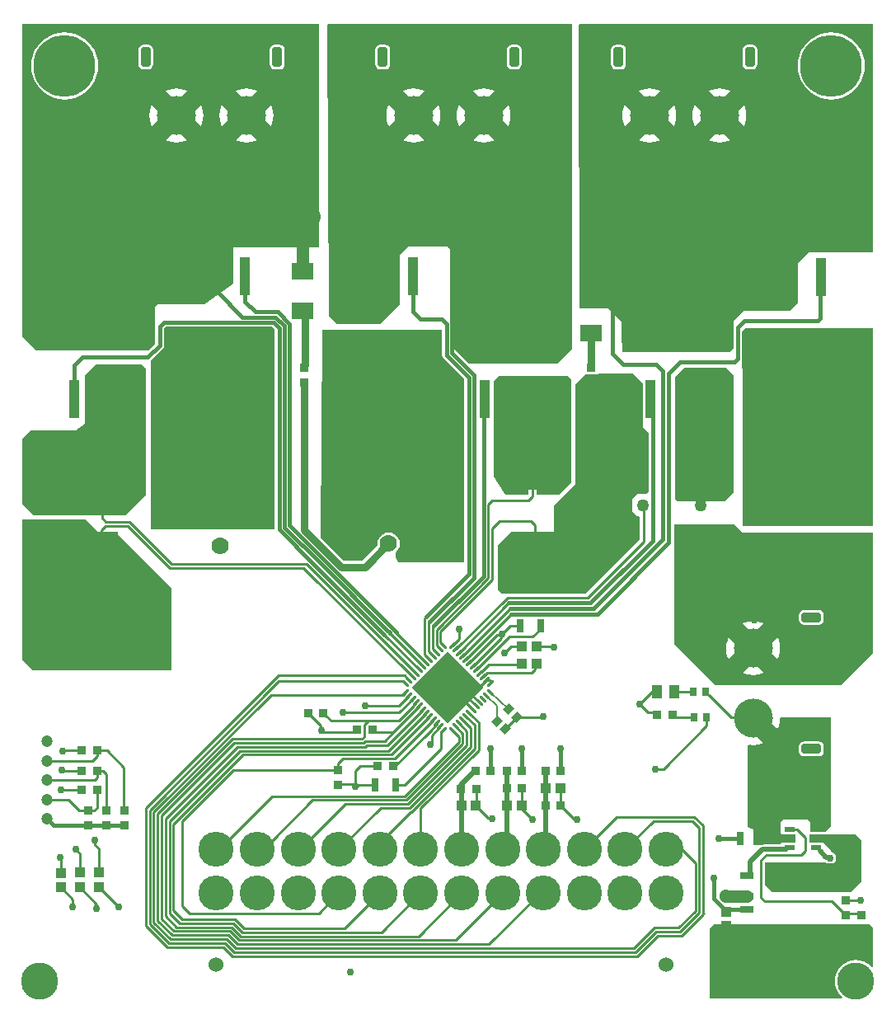
<source format=gbr>
%TF.GenerationSoftware,Altium Limited,Altium Designer,19.0.10 (269)*%
G04 Layer_Physical_Order=1*
G04 Layer_Color=255*
%FSLAX26Y26*%
%MOIN*%
%TF.FileFunction,Copper,L1,Top,Signal*%
%TF.Part,Single*%
G01*
G75*
%TA.AperFunction,SMDPad,CuDef*%
G04:AMPARAMS|DCode=10|XSize=33.465mil|YSize=31.496mil|CornerRadius=0mil|HoleSize=0mil|Usage=FLASHONLY|Rotation=225.000|XOffset=0mil|YOffset=0mil|HoleType=Round|Shape=Rectangle|*
%AMROTATEDRECTD10*
4,1,4,0.000696,0.022967,0.022967,0.000696,-0.000696,-0.022967,-0.022967,-0.000696,0.000696,0.022967,0.0*
%
%ADD10ROTATEDRECTD10*%

%ADD11R,0.085000X0.070000*%
%ADD12R,0.033465X0.035433*%
%ADD13R,0.031496X0.062992*%
%ADD14R,0.435039X0.350394*%
%ADD15R,0.041339X0.157480*%
%ADD16R,0.035433X0.033465*%
%ADD17R,0.135827X0.092520*%
%ADD18R,0.260630X0.107087*%
%ADD19R,0.039370X0.023622*%
%ADD20R,0.031496X0.055118*%
%ADD21R,0.055118X0.031496*%
%ADD22R,0.039370X0.039370*%
%ADD23R,0.031496X0.033465*%
%ADD24R,0.041339X0.053150*%
%ADD25R,0.039370X0.039370*%
%ADD26P,0.286740X4X270.0*%
G04:AMPARAMS|DCode=27|XSize=9.842mil|YSize=37.402mil|CornerRadius=0mil|HoleSize=0mil|Usage=FLASHONLY|Rotation=225.000|XOffset=0mil|YOffset=0mil|HoleType=Round|Shape=Round|*
%AMOVALD27*
21,1,0.027559,0.009842,0.000000,0.000000,315.0*
1,1,0.009842,-0.009744,0.009744*
1,1,0.009842,0.009744,-0.009744*
%
%ADD27OVALD27*%

G04:AMPARAMS|DCode=28|XSize=9.842mil|YSize=37.402mil|CornerRadius=0mil|HoleSize=0mil|Usage=FLASHONLY|Rotation=315.000|XOffset=0mil|YOffset=0mil|HoleType=Round|Shape=Round|*
%AMOVALD28*
21,1,0.027559,0.009842,0.000000,0.000000,45.0*
1,1,0.009842,-0.009744,-0.009744*
1,1,0.009842,0.009744,0.009744*
%
%ADD28OVALD28*%

%TA.AperFunction,Conductor*%
%ADD29C,0.010000*%
%ADD30C,0.006000*%
%ADD31C,0.015000*%
%ADD32C,0.030000*%
%ADD33C,0.050000*%
%ADD34C,0.020000*%
%ADD35C,0.100000*%
%TA.AperFunction,ComponentPad*%
%ADD36C,0.047244*%
%TA.AperFunction,ViaPad*%
%ADD37C,0.150000*%
%ADD38C,0.250000*%
%TA.AperFunction,ComponentPad*%
G04:AMPARAMS|DCode=39|XSize=39.37mil|YSize=78.74mil|CornerRadius=9.842mil|HoleSize=0mil|Usage=FLASHONLY|Rotation=0.000|XOffset=0mil|YOffset=0mil|HoleType=Round|Shape=RoundedRectangle|*
%AMROUNDEDRECTD39*
21,1,0.039370,0.059055,0,0,0.0*
21,1,0.019685,0.078740,0,0,0.0*
1,1,0.019685,0.009843,-0.029528*
1,1,0.019685,-0.009843,-0.029528*
1,1,0.019685,-0.009843,0.029528*
1,1,0.019685,0.009843,0.029528*
%
%ADD39ROUNDEDRECTD39*%
%ADD40C,0.157480*%
%ADD41C,0.070000*%
%ADD42R,0.070000X0.070000*%
G04:AMPARAMS|DCode=43|XSize=39.37mil|YSize=78.74mil|CornerRadius=9.842mil|HoleSize=0mil|Usage=FLASHONLY|Rotation=270.000|XOffset=0mil|YOffset=0mil|HoleType=Round|Shape=RoundedRectangle|*
%AMROUNDEDRECTD43*
21,1,0.039370,0.059055,0,0,270.0*
21,1,0.019685,0.078740,0,0,270.0*
1,1,0.019685,-0.029528,-0.009843*
1,1,0.019685,-0.029528,0.009843*
1,1,0.019685,0.029528,0.009843*
1,1,0.019685,0.029528,-0.009843*
%
%ADD43ROUNDEDRECTD43*%
%ADD44C,0.141732*%
%ADD45C,0.060000*%
%TA.AperFunction,ViaPad*%
%ADD46C,0.030000*%
%ADD47C,0.019685*%
%ADD48C,0.050000*%
G36*
X1719742Y1048000D02*
X1463000D01*
X1417000Y1002000D01*
Y843000D01*
X1384000Y810000D01*
X1383000Y811000D01*
X1197000D01*
X1156000Y770000D01*
Y751333D01*
X1155515Y750608D01*
X1154157Y743779D01*
Y658157D01*
X1138000Y642000D01*
X706000D01*
Y761000D01*
X648000Y819000D01*
X532000D01*
X530007Y1966203D01*
X533539Y1969742D01*
X1719742D01*
Y1048000D01*
D02*
G37*
G36*
X-522000Y1065000D02*
X-868182Y1065000D01*
Y920000D01*
X-985000Y835000D01*
X-1175000D01*
X-1185000Y825000D01*
Y675234D01*
X-1210234Y650000D01*
X-1665000D01*
X-1719742Y704742D01*
Y1969742D01*
X-522000D01*
X-522000Y1065000D01*
D02*
G37*
G36*
X503000Y655000D02*
X443000Y595000D01*
X86000Y595000D01*
X15000Y666000D01*
Y1049873D01*
X-1411Y1071000D01*
X-162000Y1071000D01*
X-196000Y1037000D01*
Y836000D01*
X-274000Y758000D01*
X-450000D01*
X-482651Y790651D01*
X-489429Y1966196D01*
X-485904Y1969742D01*
X503000D01*
X503000Y655000D01*
D02*
G37*
G36*
X500000Y533000D02*
X500000Y116000D01*
X450000Y66000D01*
X357294D01*
Y85000D01*
X356130Y90853D01*
X352814Y95814D01*
X347853Y99130D01*
X342000Y100294D01*
X336147Y99130D01*
X331186Y95814D01*
X327870Y90853D01*
X326706Y85000D01*
Y66335D01*
X326371Y66000D01*
X236000D01*
X235859Y65859D01*
X230894Y66451D01*
X186000Y140000D01*
X186000Y525000D01*
X209000Y548000D01*
X485000Y548000D01*
X500000Y533000D01*
D02*
G37*
G36*
X1156000Y551000D02*
X1156000Y77000D01*
X1118000Y39000D01*
X930000D01*
X918000Y51000D01*
Y542000D01*
X957000Y581000D01*
X1126000D01*
X1156000Y551000D01*
D02*
G37*
G36*
X-1221000Y576000D02*
Y65000D01*
X-1304000Y-18000D01*
X-1674000D01*
X-1719742Y27742D01*
Y292258D01*
X-1686000Y326000D01*
X-1505000D01*
X-1467000Y354000D01*
Y549000D01*
X-1423000Y593000D01*
X-1238000D01*
X-1221000Y576000D01*
D02*
G37*
G36*
X1719742Y-59000D02*
X1191000D01*
Y537000D01*
X1189833Y616949D01*
X1189843Y617000D01*
X1189843Y617000D01*
Y727843D01*
X1203000Y741000D01*
X1719742D01*
Y-59000D01*
D02*
G37*
G36*
X-699843Y732609D02*
Y-72000D01*
X-1202000D01*
Y608303D01*
X-1200383Y609383D01*
X-1153383Y656383D01*
X-1153383Y656383D01*
X-1149515Y662172D01*
X-1148157Y669000D01*
Y738609D01*
X-1141609Y745157D01*
X-712391D01*
X-699843Y732609D01*
D02*
G37*
G36*
X-23843Y631302D02*
X-22485Y624473D01*
X-18617Y618685D01*
X66157Y533911D01*
Y-207000D01*
X-200885D01*
X-210095Y-186898D01*
X-211886Y-167000D01*
X-207906Y-163946D01*
X-200693Y-154545D01*
X-196158Y-143599D01*
X-194612Y-131851D01*
X-196158Y-120104D01*
X-200693Y-109157D01*
X-207906Y-99757D01*
X-217306Y-92544D01*
X-228253Y-88010D01*
X-240000Y-86463D01*
X-251747Y-88010D01*
X-262694Y-92544D01*
X-272094Y-99757D01*
X-279307Y-109157D01*
X-283842Y-120104D01*
X-285388Y-131851D01*
X-284517Y-138469D01*
X-346406Y-200358D01*
X-420289D01*
X-513377Y-107270D01*
X-508406Y732000D01*
X-23843D01*
Y631302D01*
D02*
G37*
G36*
X789000Y515000D02*
X789000Y337000D01*
X810657Y315343D01*
Y78657D01*
X801000Y69000D01*
X766000D01*
X744000Y47000D01*
Y1000D01*
X765000Y-20000D01*
X772000D01*
X775706Y-23706D01*
Y-113294D01*
X555294Y-333706D01*
X240725D01*
X239248Y-334000D01*
X220000D01*
X202000Y-316000D01*
Y-138000D01*
X256000Y-84000D01*
X428000D01*
X428000Y23000D01*
X516000Y111000D01*
X516000Y512000D01*
X557779Y553779D01*
X607716D01*
Y555000D01*
X749000D01*
X789000Y515000D01*
D02*
G37*
G36*
X-1416782Y-84218D02*
Y-90425D01*
X-1417294Y-93000D01*
X-1416130Y-98853D01*
X-1412814Y-103814D01*
X-1407853Y-107130D01*
X-1402000Y-108294D01*
X-1396147Y-107130D01*
X-1391186Y-103814D01*
X-1390673Y-103302D01*
X-1387358Y-98341D01*
X-1387091Y-97000D01*
X-1332000D01*
X-1119000Y-310000D01*
Y-644000D01*
X-1677000Y-644000D01*
X-1719742Y-601258D01*
Y-35000D01*
X-1466000D01*
X-1416782Y-84218D01*
D02*
G37*
G36*
X1192000Y-88000D02*
X1719742D01*
Y-572258D01*
X1590000Y-702000D01*
X1079000D01*
X915000Y-538000D01*
Y-54000D01*
X1158000D01*
X1192000Y-88000D01*
D02*
G37*
G36*
X1333574Y-880706D02*
X1337517Y-871187D01*
X1341513Y-854544D01*
X1342856Y-837480D01*
X1346073Y-834000D01*
X1549000Y-834000D01*
X1549000Y-1275000D01*
X1527196Y-1296804D01*
X1519819D01*
X1515917Y-1297580D01*
X1514969Y-1298214D01*
X1467000D01*
Y-1258000D01*
X1457000Y-1248000D01*
X1356000D01*
X1346000Y-1258000D01*
Y-1302000D01*
X1351000Y-1307000D01*
X1352181D01*
Y-1308409D01*
X1406409D01*
X1407000Y-1309000D01*
Y-1339591D01*
X1352181D01*
Y-1340000D01*
X1350000D01*
X1343392Y-1346608D01*
X1271000D01*
X1263196Y-1348160D01*
X1258947Y-1351000D01*
X1235000D01*
Y-1287000D01*
X1212158Y-1275579D01*
X1212157Y-948157D01*
X1215469Y-945546D01*
X1217157Y-945248D01*
X1233780Y-946557D01*
X1250843Y-945214D01*
X1267486Y-941218D01*
X1277006Y-937275D01*
X1205495Y-865765D01*
X1262064Y-809196D01*
X1333574Y-880706D01*
D02*
G37*
G36*
X1649000Y-1307000D02*
X1672002Y-1330002D01*
X1671999Y-1497001D01*
X1630000Y-1539000D01*
X1310000Y-1539000D01*
X1282294Y-1511294D01*
Y-1419000D01*
X1524624D01*
X1525976Y-1421024D01*
X1534245Y-1426550D01*
X1544000Y-1428490D01*
X1553755Y-1426550D01*
X1562024Y-1421024D01*
X1567550Y-1412755D01*
X1569490Y-1403000D01*
X1567550Y-1393245D01*
X1562024Y-1384976D01*
X1553755Y-1379450D01*
X1549000Y-1378505D01*
Y-1370000D01*
X1520000Y-1341000D01*
X1519819D01*
Y-1339591D01*
X1462591D01*
X1462294Y-1339294D01*
Y-1320000D01*
X1461130Y-1314147D01*
X1461000Y-1313953D01*
Y-1309000D01*
X1461591Y-1308409D01*
X1519819D01*
Y-1307000D01*
X1649000Y-1307000D01*
D02*
G37*
G36*
X1719742Y-1684742D02*
Y-1843573D01*
X1715034Y-1845258D01*
X1710395Y-1839605D01*
X1697452Y-1828983D01*
X1682686Y-1821090D01*
X1666663Y-1816230D01*
X1650000Y-1814589D01*
X1633337Y-1816230D01*
X1617314Y-1821090D01*
X1602548Y-1828983D01*
X1589605Y-1839605D01*
X1578983Y-1852548D01*
X1571090Y-1867314D01*
X1566230Y-1883337D01*
X1564589Y-1900000D01*
X1566230Y-1916663D01*
X1571090Y-1932686D01*
X1578983Y-1947452D01*
X1589605Y-1960395D01*
X1595258Y-1965034D01*
X1593573Y-1969742D01*
X1059000D01*
Y-1687000D01*
X1077000Y-1669000D01*
X1704000D01*
X1719742Y-1684742D01*
D02*
G37*
%LPC*%
G36*
X1231591Y1885979D02*
X1211906D01*
X1204163Y1884439D01*
X1197600Y1880054D01*
X1193214Y1873490D01*
X1191674Y1865748D01*
Y1806693D01*
X1193214Y1798951D01*
X1197600Y1792387D01*
X1204163Y1788002D01*
X1211906Y1786462D01*
X1231591D01*
X1239333Y1788002D01*
X1245896Y1792387D01*
X1250282Y1798951D01*
X1251822Y1806693D01*
Y1865748D01*
X1250282Y1873490D01*
X1245896Y1880054D01*
X1239333Y1884439D01*
X1231591Y1885979D01*
D02*
G37*
G36*
X700095D02*
X680409D01*
X672667Y1884439D01*
X666104Y1880054D01*
X661718Y1873490D01*
X660178Y1865748D01*
Y1806693D01*
X661718Y1798951D01*
X666104Y1792387D01*
X672667Y1788002D01*
X680409Y1786462D01*
X700095D01*
X707837Y1788002D01*
X714400Y1792387D01*
X718786Y1798951D01*
X720326Y1806693D01*
Y1865748D01*
X718786Y1873490D01*
X714400Y1880054D01*
X707837Y1884439D01*
X700095Y1885979D01*
D02*
G37*
G36*
X1550000Y1935417D02*
X1528816Y1933750D01*
X1508154Y1928790D01*
X1488522Y1920658D01*
X1470404Y1909555D01*
X1454245Y1895755D01*
X1440445Y1879596D01*
X1429342Y1861478D01*
X1421210Y1841846D01*
X1416250Y1821184D01*
X1414583Y1800000D01*
X1416250Y1778816D01*
X1421210Y1758154D01*
X1429342Y1738522D01*
X1440445Y1720404D01*
X1454245Y1704245D01*
X1470404Y1690445D01*
X1488522Y1679342D01*
X1508154Y1671210D01*
X1528816Y1666250D01*
X1550000Y1664583D01*
X1571184Y1666250D01*
X1591846Y1671210D01*
X1611478Y1679342D01*
X1629596Y1690445D01*
X1645755Y1704245D01*
X1659555Y1720404D01*
X1670658Y1738522D01*
X1678790Y1758154D01*
X1683750Y1778816D01*
X1685417Y1800000D01*
X1683750Y1821184D01*
X1678790Y1841846D01*
X1670658Y1861478D01*
X1659555Y1879596D01*
X1645755Y1895755D01*
X1629596Y1909555D01*
X1611478Y1920658D01*
X1591846Y1928790D01*
X1571184Y1933750D01*
X1550000Y1935417D01*
D02*
G37*
G36*
X1097732Y1709076D02*
X1080669Y1707733D01*
X1064026Y1703738D01*
X1054506Y1699795D01*
X1097732Y1656569D01*
X1140958Y1699795D01*
X1131439Y1703738D01*
X1114796Y1707733D01*
X1097732Y1709076D01*
D02*
G37*
G36*
X814268D02*
X797204Y1707733D01*
X780561Y1703738D01*
X771042Y1699795D01*
X814268Y1656569D01*
X857494Y1699795D01*
X847974Y1703738D01*
X831331Y1707733D01*
X814268Y1709076D01*
D02*
G37*
G36*
X1197527Y1643226D02*
X1154301Y1600000D01*
X1197527Y1556774D01*
X1201470Y1566294D01*
X1205466Y1582937D01*
X1206809Y1600000D01*
X1205466Y1617063D01*
X1201470Y1633706D01*
X1197527Y1643226D01*
D02*
G37*
G36*
X914062D02*
X870836Y1600000D01*
X914062Y1556774D01*
X918005Y1566294D01*
X922001Y1582937D01*
X923344Y1600000D01*
X922001Y1617063D01*
X918005Y1633706D01*
X914062Y1643226D01*
D02*
G37*
G36*
X997938D02*
X993995Y1633706D01*
X989999Y1617063D01*
X988656Y1600000D01*
X989999Y1582937D01*
X993995Y1566294D01*
X997938Y1556774D01*
X1041164Y1600000D01*
X997938Y1643226D01*
D02*
G37*
G36*
X714473D02*
X710530Y1633706D01*
X706534Y1617063D01*
X705191Y1600000D01*
X706534Y1582937D01*
X710530Y1566294D01*
X714473Y1556774D01*
X757699Y1600000D01*
X714473Y1643226D01*
D02*
G37*
G36*
X1097732Y1543431D02*
X1054506Y1500205D01*
X1064026Y1496262D01*
X1080669Y1492267D01*
X1097732Y1490924D01*
X1114796Y1492267D01*
X1131439Y1496262D01*
X1140958Y1500205D01*
X1097732Y1543431D01*
D02*
G37*
G36*
X814268D02*
X771042Y1500205D01*
X780561Y1496262D01*
X797204Y1492267D01*
X814268Y1490924D01*
X831331Y1492267D01*
X847974Y1496262D01*
X857494Y1500205D01*
X814268Y1543431D01*
D02*
G37*
G36*
X-680409Y1885979D02*
X-700095D01*
X-707837Y1884439D01*
X-714400Y1880054D01*
X-718786Y1873490D01*
X-720326Y1865748D01*
Y1806693D01*
X-718786Y1798951D01*
X-714400Y1792387D01*
X-707837Y1788002D01*
X-700095Y1786462D01*
X-680409D01*
X-672667Y1788002D01*
X-666104Y1792387D01*
X-661718Y1798951D01*
X-660178Y1806693D01*
Y1865748D01*
X-661718Y1873490D01*
X-666104Y1880054D01*
X-672667Y1884439D01*
X-680409Y1885979D01*
D02*
G37*
G36*
X-1211906D02*
X-1231591D01*
X-1239333Y1884439D01*
X-1245896Y1880054D01*
X-1250282Y1873490D01*
X-1251822Y1865748D01*
Y1806693D01*
X-1250282Y1798951D01*
X-1245896Y1792387D01*
X-1239333Y1788002D01*
X-1231591Y1786462D01*
X-1211906D01*
X-1204163Y1788002D01*
X-1197600Y1792387D01*
X-1193214Y1798951D01*
X-1191674Y1806693D01*
Y1865748D01*
X-1193214Y1873490D01*
X-1197600Y1880054D01*
X-1204163Y1884439D01*
X-1211906Y1885979D01*
D02*
G37*
G36*
X-1550000Y1935417D02*
X-1571184Y1933750D01*
X-1591846Y1928790D01*
X-1611478Y1920658D01*
X-1629596Y1909555D01*
X-1645755Y1895755D01*
X-1659555Y1879596D01*
X-1670658Y1861478D01*
X-1678790Y1841846D01*
X-1683750Y1821184D01*
X-1685417Y1800000D01*
X-1683750Y1778816D01*
X-1678790Y1758154D01*
X-1670658Y1738522D01*
X-1659555Y1720404D01*
X-1645755Y1704245D01*
X-1629596Y1690445D01*
X-1611478Y1679342D01*
X-1591846Y1671210D01*
X-1571184Y1666250D01*
X-1550000Y1664583D01*
X-1528816Y1666250D01*
X-1508154Y1671210D01*
X-1488522Y1679342D01*
X-1470404Y1690445D01*
X-1454245Y1704245D01*
X-1440445Y1720404D01*
X-1429342Y1738522D01*
X-1421210Y1758154D01*
X-1416250Y1778816D01*
X-1414583Y1800000D01*
X-1416250Y1821184D01*
X-1421210Y1841846D01*
X-1429342Y1861478D01*
X-1440445Y1879596D01*
X-1454245Y1895755D01*
X-1470404Y1909555D01*
X-1488522Y1920658D01*
X-1508154Y1928790D01*
X-1528816Y1933750D01*
X-1550000Y1935417D01*
D02*
G37*
G36*
X-814268Y1709076D02*
X-831331Y1707733D01*
X-847974Y1703738D01*
X-857494Y1699795D01*
X-814268Y1656569D01*
X-771042Y1699795D01*
X-780561Y1703738D01*
X-797204Y1707733D01*
X-814268Y1709076D01*
D02*
G37*
G36*
X-1097732D02*
X-1114796Y1707733D01*
X-1131439Y1703738D01*
X-1140958Y1699795D01*
X-1097732Y1656569D01*
X-1054506Y1699795D01*
X-1064026Y1703738D01*
X-1080669Y1707733D01*
X-1097732Y1709076D01*
D02*
G37*
G36*
X-714473Y1643226D02*
X-757699Y1600000D01*
X-714473Y1556774D01*
X-710530Y1566294D01*
X-706534Y1582937D01*
X-705191Y1600000D01*
X-706534Y1617063D01*
X-710530Y1633706D01*
X-714473Y1643226D01*
D02*
G37*
G36*
X-997938D02*
X-1041164Y1600000D01*
X-997938Y1556774D01*
X-993995Y1566294D01*
X-989999Y1582937D01*
X-988656Y1600000D01*
X-989999Y1617063D01*
X-993995Y1633706D01*
X-997938Y1643226D01*
D02*
G37*
G36*
X-914062D02*
X-918005Y1633706D01*
X-922001Y1617063D01*
X-923344Y1600000D01*
X-922001Y1582937D01*
X-918005Y1566294D01*
X-914062Y1556774D01*
X-870836Y1600000D01*
X-914062Y1643226D01*
D02*
G37*
G36*
X-1197527D02*
X-1201470Y1633706D01*
X-1205466Y1617063D01*
X-1206809Y1600000D01*
X-1205466Y1582937D01*
X-1201470Y1566294D01*
X-1197527Y1556774D01*
X-1154301Y1600000D01*
X-1197527Y1643226D01*
D02*
G37*
G36*
X-814268Y1543431D02*
X-857494Y1500205D01*
X-847974Y1496262D01*
X-831331Y1492267D01*
X-814268Y1490924D01*
X-797204Y1492267D01*
X-780561Y1496262D01*
X-771042Y1500205D01*
X-814268Y1543431D01*
D02*
G37*
G36*
X-1097732D02*
X-1140958Y1500205D01*
X-1131439Y1496262D01*
X-1114796Y1492267D01*
X-1097732Y1490924D01*
X-1080669Y1492267D01*
X-1064026Y1496262D01*
X-1054506Y1500205D01*
X-1097732Y1543431D01*
D02*
G37*
G36*
X278091Y1885979D02*
X258406D01*
X250663Y1884439D01*
X244100Y1880054D01*
X239714Y1873490D01*
X238174Y1865748D01*
Y1806693D01*
X239714Y1798951D01*
X244100Y1792387D01*
X250663Y1788002D01*
X258406Y1786462D01*
X278091D01*
X285833Y1788002D01*
X292396Y1792387D01*
X296782Y1798951D01*
X298322Y1806693D01*
Y1865748D01*
X296782Y1873490D01*
X292396Y1880054D01*
X285833Y1884439D01*
X278091Y1885979D01*
D02*
G37*
G36*
X-253405D02*
X-273091D01*
X-280833Y1884439D01*
X-287396Y1880054D01*
X-291782Y1873490D01*
X-293322Y1865748D01*
Y1806693D01*
X-291782Y1798951D01*
X-287396Y1792387D01*
X-280833Y1788002D01*
X-273091Y1786462D01*
X-253405D01*
X-245663Y1788002D01*
X-239100Y1792387D01*
X-234714Y1798951D01*
X-233174Y1806693D01*
Y1865748D01*
X-234714Y1873490D01*
X-239100Y1880054D01*
X-245663Y1884439D01*
X-253405Y1885979D01*
D02*
G37*
G36*
X144232Y1709076D02*
X127169Y1707733D01*
X110526Y1703738D01*
X101006Y1699795D01*
X144232Y1656569D01*
X187458Y1699795D01*
X177939Y1703738D01*
X161296Y1707733D01*
X144232Y1709076D01*
D02*
G37*
G36*
X-139232D02*
X-156296Y1707733D01*
X-172939Y1703738D01*
X-182458Y1699795D01*
X-139232Y1656569D01*
X-96006Y1699795D01*
X-105526Y1703738D01*
X-122169Y1707733D01*
X-139232Y1709076D01*
D02*
G37*
G36*
X244027Y1643226D02*
X200801Y1600000D01*
X244027Y1556774D01*
X247970Y1566294D01*
X251966Y1582937D01*
X253309Y1600000D01*
X251966Y1617063D01*
X247970Y1633706D01*
X244027Y1643226D01*
D02*
G37*
G36*
X-39438D02*
X-82664Y1600000D01*
X-39438Y1556774D01*
X-35495Y1566294D01*
X-31499Y1582937D01*
X-30156Y1600000D01*
X-31499Y1617063D01*
X-35495Y1633706D01*
X-39438Y1643226D01*
D02*
G37*
G36*
X44438D02*
X40495Y1633706D01*
X36499Y1617063D01*
X35156Y1600000D01*
X36499Y1582937D01*
X40495Y1566294D01*
X44438Y1556774D01*
X87664Y1600000D01*
X44438Y1643226D01*
D02*
G37*
G36*
X-239027D02*
X-242970Y1633706D01*
X-246966Y1617063D01*
X-248309Y1600000D01*
X-246966Y1582937D01*
X-242970Y1566294D01*
X-239027Y1556774D01*
X-195801Y1600000D01*
X-239027Y1643226D01*
D02*
G37*
G36*
X144232Y1543431D02*
X101006Y1500205D01*
X110526Y1496262D01*
X127169Y1492267D01*
X144232Y1490924D01*
X161296Y1492267D01*
X177939Y1496262D01*
X187458Y1500205D01*
X144232Y1543431D01*
D02*
G37*
G36*
X-139232D02*
X-182458Y1500205D01*
X-172939Y1496262D01*
X-156296Y1492267D01*
X-139232Y1490924D01*
X-122169Y1492267D01*
X-105526Y1496262D01*
X-96006Y1500205D01*
X-139232Y1543431D01*
D02*
G37*
G36*
X1499528Y-399926D02*
X1440472D01*
X1432730Y-401466D01*
X1426167Y-405852D01*
X1421781Y-412415D01*
X1420241Y-420158D01*
Y-439842D01*
X1421781Y-447585D01*
X1426167Y-454148D01*
X1432730Y-458534D01*
X1440472Y-460074D01*
X1499528D01*
X1507270Y-458534D01*
X1513833Y-454148D01*
X1518219Y-447585D01*
X1519759Y-439842D01*
Y-420158D01*
X1518219Y-412415D01*
X1513833Y-405852D01*
X1507270Y-401466D01*
X1499528Y-399926D01*
D02*
G37*
G36*
X1233780Y-444939D02*
X1216716Y-446282D01*
X1200073Y-450278D01*
X1190554Y-454221D01*
X1233780Y-497447D01*
X1277005Y-454221D01*
X1267486Y-450278D01*
X1250843Y-446282D01*
X1233780Y-444939D01*
D02*
G37*
G36*
X1333574Y-510790D02*
X1290348Y-554015D01*
X1333574Y-597241D01*
X1337517Y-587722D01*
X1341513Y-571079D01*
X1342856Y-554016D01*
X1341513Y-536952D01*
X1337517Y-520309D01*
X1333574Y-510790D01*
D02*
G37*
G36*
X1133985D02*
X1130042Y-520309D01*
X1126046Y-536952D01*
X1124703Y-554016D01*
X1126046Y-571079D01*
X1130042Y-587722D01*
X1133985Y-597242D01*
X1177211Y-554015D01*
X1133985Y-510790D01*
D02*
G37*
G36*
X1233780Y-610584D02*
X1190553Y-653810D01*
X1200073Y-657753D01*
X1216716Y-661749D01*
X1233780Y-663092D01*
X1250843Y-661749D01*
X1267486Y-657753D01*
X1277006Y-653810D01*
X1233780Y-610584D01*
D02*
G37*
G36*
X1499528Y-931422D02*
X1440472D01*
X1432730Y-932962D01*
X1426167Y-937348D01*
X1421781Y-943911D01*
X1420241Y-951654D01*
Y-971338D01*
X1421781Y-979081D01*
X1426167Y-985644D01*
X1432730Y-990030D01*
X1440472Y-991570D01*
X1499528D01*
X1507270Y-990030D01*
X1513833Y-985644D01*
X1518219Y-979081D01*
X1519759Y-971338D01*
Y-951654D01*
X1518219Y-943911D01*
X1513833Y-937348D01*
X1507270Y-932962D01*
X1499528Y-931422D01*
D02*
G37*
%LPD*%
D10*
X231095Y-881095D02*
D03*
X198858Y-848858D02*
D03*
X279095Y-832379D02*
D03*
X246858Y-800141D02*
D03*
D11*
X-588000Y971000D02*
D03*
Y811000D02*
D03*
X580000Y880000D02*
D03*
Y720000D02*
D03*
D12*
X-564024Y-817000D02*
D03*
X-503000D02*
D03*
X846488Y-825000D02*
D03*
X907512D02*
D03*
X171512Y-1050000D02*
D03*
X110488D02*
D03*
X53488Y-1125097D02*
D03*
X114511D02*
D03*
X238433Y-1119960D02*
D03*
X299457D02*
D03*
X299456Y-1050000D02*
D03*
X238433D02*
D03*
X394488Y-1190000D02*
D03*
X455512D02*
D03*
X-367024Y-882000D02*
D03*
X-306000D02*
D03*
X-1419488Y-1127000D02*
D03*
X-1480512D02*
D03*
X-1419488Y-1051000D02*
D03*
X-1480512D02*
D03*
X-1419488Y-968000D02*
D03*
X-1480512D02*
D03*
X394488Y-1050000D02*
D03*
X455512D02*
D03*
X-222488Y-1031061D02*
D03*
X-283512D02*
D03*
D13*
X414000Y1878000D02*
D03*
X-1349000D02*
D03*
X1600000Y1395000D02*
D03*
X-1701000Y-293000D02*
D03*
D14*
X-1410000Y853543D02*
D03*
X-920000Y549000D02*
D03*
X-240000Y546457D02*
D03*
X250000Y853543D02*
D03*
X1408000Y544457D02*
D03*
X920000Y853543D02*
D03*
D15*
X-1310000Y451969D02*
D03*
X-1510000D02*
D03*
X-1020000Y950575D02*
D03*
X-820000D02*
D03*
X-340000Y948032D02*
D03*
X-140000D02*
D03*
X350000Y451969D02*
D03*
X150000D02*
D03*
X1308000Y946032D02*
D03*
X1508000D02*
D03*
X1020000Y451969D02*
D03*
X820000D02*
D03*
D16*
X580000Y580512D02*
D03*
Y519488D02*
D03*
X-580000Y580512D02*
D03*
Y519488D02*
D03*
X1609000Y-1573976D02*
D03*
Y-1635000D02*
D03*
X1673000Y-1634488D02*
D03*
Y-1695512D02*
D03*
X-444000Y-1047488D02*
D03*
Y-1108512D02*
D03*
X-1455505Y-1271512D02*
D03*
Y-1210488D02*
D03*
X-1309000Y-1271512D02*
D03*
Y-1210488D02*
D03*
X-1381000Y-1271024D02*
D03*
Y-1210000D02*
D03*
D17*
X1020000Y-131890D02*
D03*
Y131890D02*
D03*
X-1400000D02*
D03*
Y-131890D02*
D03*
X350000Y131890D02*
D03*
Y-131890D02*
D03*
D18*
X1439000Y-1478181D02*
D03*
Y-1725819D02*
D03*
D19*
X1490134Y-1361402D02*
D03*
Y-1324000D02*
D03*
Y-1286599D02*
D03*
X1381866D02*
D03*
Y-1324000D02*
D03*
Y-1361402D02*
D03*
D20*
X1180661Y-1322000D02*
D03*
X1263339D02*
D03*
X291661Y-464000D02*
D03*
X374339D02*
D03*
X-293677Y-1108000D02*
D03*
X-211000D02*
D03*
D21*
X1208000Y-1472661D02*
D03*
Y-1555339D02*
D03*
X1209000Y-1609661D02*
D03*
Y-1692339D02*
D03*
D22*
X1126000Y-1678000D02*
D03*
Y-1618945D02*
D03*
X-1566000Y-1462000D02*
D03*
Y-1521055D02*
D03*
X-1489000Y-1461945D02*
D03*
Y-1521000D02*
D03*
X-1410000Y-1460945D02*
D03*
Y-1520000D02*
D03*
D23*
X1046000Y-832000D02*
D03*
X994819D02*
D03*
X1043591Y-731000D02*
D03*
X992409D02*
D03*
D24*
X915449Y-730000D02*
D03*
X846551D02*
D03*
D25*
X299000Y-546966D02*
D03*
X358055D02*
D03*
X298473Y-618000D02*
D03*
X357528D02*
D03*
X113528Y-1190000D02*
D03*
X54472D02*
D03*
X298473Y-1189960D02*
D03*
X239417D02*
D03*
X454528Y-1120000D02*
D03*
X395473D02*
D03*
D26*
X0Y-715000D02*
D03*
D27*
X170513Y-732399D02*
D03*
X156594Y-746319D02*
D03*
X142674Y-760238D02*
D03*
X128755Y-774158D02*
D03*
X114835Y-788077D02*
D03*
X100916Y-801996D02*
D03*
X86996Y-815916D02*
D03*
X73077Y-829835D02*
D03*
X59158Y-843755D02*
D03*
X45238Y-857674D02*
D03*
X31319Y-871593D02*
D03*
X17399Y-885513D02*
D03*
X-170513Y-697601D02*
D03*
X-156594Y-683681D02*
D03*
X-142674Y-669762D02*
D03*
X-128755Y-655842D02*
D03*
X-114835Y-641923D02*
D03*
X-100916Y-628004D02*
D03*
X-86996Y-614084D02*
D03*
X-73077Y-600165D02*
D03*
X-59157Y-586245D02*
D03*
X-45238Y-572326D02*
D03*
X-31319Y-558406D02*
D03*
X-17399Y-544487D02*
D03*
D28*
X-17399Y-885513D02*
D03*
X-31319Y-871593D02*
D03*
X-45238Y-857674D02*
D03*
X-59157Y-843755D02*
D03*
X-73077Y-829835D02*
D03*
X-86996Y-815916D02*
D03*
X-100916Y-801996D02*
D03*
X-114835Y-788077D02*
D03*
X-128755Y-774158D02*
D03*
X-142674Y-760238D02*
D03*
X-156594Y-746319D02*
D03*
X-170513Y-732399D02*
D03*
X17399Y-544487D02*
D03*
X31319Y-558406D02*
D03*
X45238Y-572326D02*
D03*
X59158Y-586245D02*
D03*
X73077Y-600165D02*
D03*
X86996Y-614084D02*
D03*
X100916Y-628004D02*
D03*
X114835Y-641923D02*
D03*
X128755Y-655842D02*
D03*
X142674Y-669762D02*
D03*
X156594Y-683681D02*
D03*
X170513Y-697601D02*
D03*
D29*
X382747Y-832379D02*
X386126Y-829000D01*
X279095Y-832379D02*
X382747D01*
X279095Y-833096D02*
Y-832379D01*
X231095Y-881095D02*
X279095Y-833096D01*
X170513Y-697601D02*
Y-683681D01*
X156594D02*
X170513D01*
X565440Y-349000D02*
X791000Y-123440D01*
X240725Y-349000D02*
X565440D01*
X31319Y-558406D02*
X240725Y-349000D01*
X45238Y-572326D02*
X246564Y-371000D01*
X68790Y-576210D02*
X251000Y-394000D01*
X193242Y-479758D02*
X256000Y-417000D01*
X-220879Y-894121D02*
X-114835Y-788077D01*
X1609000Y-1573976D02*
X1670000D01*
X1621000Y-1628000D02*
X1678000D01*
X1596283Y-1623268D02*
X1608508Y-1635492D01*
X-1490512Y-1210488D02*
X-1456489D01*
X-1534780Y-1166220D02*
X-1490512Y-1210488D01*
X-1622000Y-1166220D02*
X-1534780D01*
X-1398000Y-28000D02*
Y8000D01*
X-1402000Y-93000D02*
X-1401488Y-92488D01*
X342851Y-507000D02*
X374339Y-475512D01*
X249758Y-507000D02*
X342851D01*
X287413Y-621000D02*
X294473Y-613941D01*
X164000Y-621000D02*
X287413D01*
X136000Y-649000D02*
X164000Y-621000D01*
X353000Y-614469D02*
X353528Y-613941D01*
X353000Y-639000D02*
Y-614469D01*
X158436Y-654000D02*
X338000D01*
X142674Y-669762D02*
X158436Y-654000D01*
X916449Y-731000D02*
X992409D01*
X915449Y-730000D02*
X916449Y-731000D01*
X80000Y-753242D02*
X114835Y-788077D01*
X825965Y-730000D02*
X846551D01*
X775500Y-780465D02*
X825965Y-730000D01*
X807318Y-812283D02*
X834756D01*
X775500Y-780465D02*
X807318Y-812283D01*
X871000Y-1042000D02*
X1046000Y-867000D01*
X839000Y-1042000D02*
X871000D01*
X1447000Y-1372000D02*
Y-1320000D01*
X1430000Y-1389000D02*
X1447000Y-1372000D01*
X1289373Y-1389000D02*
X1430000D01*
X1032474Y-1626474D02*
Y-1271474D01*
X997000Y-1236000D02*
X1032474Y-1271474D01*
X683252Y-1236000D02*
X997000D01*
X1016474Y-1623102D02*
Y-1279474D01*
X989000Y-1252000D02*
X1016474Y-1279474D01*
X832606Y-1252000D02*
X989000D01*
X882126Y-1367835D02*
X945527D01*
X1000474Y-1422782D01*
Y-1616474D02*
Y-1422782D01*
X-211000Y-1108000D02*
X-174000D01*
X-27000Y-961000D01*
X-355061Y-1031061D02*
X-283512D01*
X-375000Y-1051000D02*
X-355061Y-1031061D01*
X-222488D02*
X-219535D01*
X-44000Y-861647D02*
Y-857000D01*
X-213939Y-1030939D02*
X-82373Y-899373D01*
X-1206000Y-1210601D02*
X-683367Y-687968D01*
X-1419488Y-1199000D02*
Y-1127000D01*
X-1430976Y-1210488D02*
X-1419488Y-1199000D01*
X-1455505Y-1210488D02*
X-1430976D01*
X-1517000Y-1597000D02*
Y-1570055D01*
X-1519000Y-1599000D02*
X-1517000Y-1597000D01*
X-1489000Y-1521000D02*
X-1420000Y-1590000D01*
Y-1607000D02*
Y-1590000D01*
X-1410000Y-1520000D02*
X-1331000Y-1599000D01*
X-1566000Y-1521055D02*
X-1517000Y-1570055D01*
X764255Y-1799000D02*
X847255Y-1716000D01*
X757627Y-1783000D02*
X840627Y-1700000D01*
X-1222000Y-1676026D02*
X-1135680Y-1762347D01*
X-1206000Y-1669399D02*
X-1129052Y-1746347D01*
X-1190000Y-1662771D02*
X-1122425Y-1730347D01*
X167000Y-1751000D02*
X382000Y-1536000D01*
X-1174000Y-1656144D02*
X-1115797Y-1714347D01*
X-308488Y-893000D02*
X-222000D01*
X-1158000Y-1649517D02*
X-1109170Y-1698347D01*
X-1142000Y-1637678D02*
X-1097331Y-1682347D01*
X-1126000Y-1625839D02*
X-1085492Y-1666347D01*
X-867990D01*
X-1309984Y-1210488D02*
Y-1037016D01*
X-1419488Y-990488D02*
Y-968000D01*
X-1437740Y-1008740D02*
X-1419488Y-990488D01*
X-1622000Y-1008740D02*
X-1437740D01*
X-1379000Y-968000D02*
X-1309984Y-1037016D01*
X-1419488Y-968000D02*
X-1379000D01*
X-1381984Y-1210000D02*
Y-1064565D01*
X-1419488Y-1078488D02*
Y-1051000D01*
X-1428480Y-1087480D02*
X-1419488Y-1078488D01*
X-1622000Y-1087480D02*
X-1428480D01*
X-1395550Y-1051000D02*
X-1381984Y-1064565D01*
X-1419488Y-1051000D02*
X-1395550D01*
X-334252Y-953000D02*
X-326738Y-945486D01*
X-852678Y-953000D02*
X-334252D01*
X-326738Y-945486D02*
X-244405D01*
X-840839Y-969000D02*
X-327624D01*
X-829000Y-985000D02*
X-320997D01*
X-424000Y-1001000D02*
X-216000D01*
X-244405Y-945486D02*
X-100916Y-801996D01*
X-239937Y-968856D02*
X-86996Y-815916D01*
X-327480Y-968856D02*
X-239937D01*
X-327624Y-969000D02*
X-327480Y-968856D01*
X-1158000Y-1230483D02*
X-864517Y-937000D01*
X-1158000Y-1649517D02*
Y-1230483D01*
X-864517Y-937000D02*
X-340879D01*
X519723Y-1242173D02*
X523549Y-1246000D01*
X507685Y-1242173D02*
X519723D01*
X468228Y-1202717D02*
X507685Y-1242173D01*
X467244Y-1202717D02*
X468228D01*
X455512Y-1190984D02*
X467244Y-1202717D01*
X455512Y-1190984D02*
Y-1190000D01*
X454528Y-1189016D02*
X455512Y-1190000D01*
X454528Y-1189016D02*
Y-1120000D01*
X298473Y-1189960D02*
Y-1120945D01*
Y-1202473D02*
Y-1189960D01*
Y-1120945D02*
X299457Y-1119960D01*
X298473Y-1202473D02*
X343000Y-1247000D01*
X173630Y-1239173D02*
X177456Y-1243000D01*
X162701Y-1239173D02*
X173630D01*
X113528Y-1190000D02*
X162701Y-1239173D01*
X113528Y-1190000D02*
X114511Y-1189016D01*
Y-1125097D01*
X551417Y-1367835D02*
X683252Y-1236000D01*
X-606000Y-1367835D02*
X-582197Y-1344032D01*
X-440646Y-1545000D02*
X-435937D01*
X-778937Y-1371000D02*
X-751969Y-1344032D01*
X-27000Y-895000D02*
X-18000Y-886000D01*
X-27000Y-961000D02*
Y-895000D01*
X17399Y-885513D02*
X44000Y-912114D01*
Y-932118D02*
Y-912114D01*
X-175882Y-1152000D02*
X44000Y-932118D01*
X31319Y-871593D02*
X60000Y-900275D01*
Y-938745D02*
Y-900275D01*
X-169255Y-1168000D02*
X60000Y-938745D01*
X45000Y-858000D02*
X76000Y-889000D01*
Y-946745D02*
Y-889000D01*
X-161255Y-1184000D02*
X76000Y-946745D01*
X96644Y-825644D02*
X124000Y-853000D01*
Y-966627D02*
Y-853000D01*
X-110000Y-1200627D02*
X124000Y-966627D01*
X73077Y-830077D02*
X108000Y-865000D01*
Y-960000D02*
Y-865000D01*
X-148000Y-1216000D02*
X108000Y-960000D01*
X-110000Y-1367835D02*
Y-1200627D01*
X-150000Y-1216000D02*
X-148000D01*
X-277000Y-1343000D02*
X-150000Y-1216000D01*
X-277000Y-1365000D02*
Y-1343000D01*
X-154627Y-1200000D02*
X92000Y-953373D01*
X-272874Y-1200000D02*
X-154627D01*
X92000Y-953373D02*
Y-876000D01*
X59000Y-843000D02*
X92000Y-876000D01*
X-1429485Y-1347515D02*
Y-1330000D01*
Y-1347515D02*
X-1410000Y-1367000D01*
X-1567000Y-1400000D02*
X-1566000Y-1401000D01*
Y-1462000D02*
Y-1401000D01*
X-1410000Y-1460945D02*
Y-1367000D01*
X-1503550Y-1369143D02*
Y-1367835D01*
Y-1369143D02*
X-1489000Y-1383693D01*
Y-1461945D02*
Y-1383693D01*
X-1563495Y-1127000D02*
X-1480512D01*
X-1564495Y-1128000D02*
X-1563495Y-1127000D01*
X-1558488Y-1051000D02*
X-1480512D01*
X-1562000Y-1047488D02*
X-1558488Y-1051000D01*
X-1557024Y-968000D02*
X-1480512D01*
X-1558024Y-969000D02*
X-1557024Y-968000D01*
X-1381984Y-1210000D02*
X-1381000D01*
X-1309984Y-1210488D02*
X-1309000D01*
X1229606Y-833307D02*
X1233780Y-837480D01*
X1145897Y-833307D02*
X1229606D01*
X1055323Y-742732D02*
X1145897Y-833307D01*
X1054339Y-742732D02*
X1055323D01*
X1043591Y-731984D02*
X1054339Y-742732D01*
X1043591Y-731984D02*
Y-731000D01*
X834756Y-812283D02*
X846488Y-824016D01*
Y-825000D02*
Y-824016D01*
X907512Y-825000D02*
X914512Y-832000D01*
X994819D01*
X1046000Y-867000D02*
Y-832000D01*
X1282230Y-1578000D02*
X1553000D01*
X1267000Y-1562770D02*
X1282230Y-1578000D01*
X1267000Y-1562770D02*
Y-1411373D01*
X1289373Y-1389000D01*
X1540173Y-1399173D02*
X1544000Y-1403000D01*
X1094000Y-1325000D02*
X1097000Y-1322000D01*
X1529535Y-1399173D02*
X1540173D01*
X1504819Y-1374457D02*
Y-1368213D01*
X1498008Y-1361402D02*
X1504819Y-1368213D01*
X1490134Y-1361402D02*
X1498008D01*
X1553000Y-1578000D02*
X1596283Y-1621283D01*
Y-1623268D02*
Y-1621283D01*
X1486645Y-1364890D02*
X1490134Y-1361402D01*
X1413599Y-1286599D02*
X1447000Y-1320000D01*
X1368394Y-1367000D02*
X1373992Y-1361402D01*
X1219000Y-1471000D02*
X1221000Y-1469000D01*
X1373992Y-1361402D02*
X1381866D01*
Y-1286599D02*
X1413599D01*
X1613000Y-1636000D02*
X1621000Y-1628000D01*
X1595000Y-1562000D02*
X1595244Y-1562244D01*
X1596283D01*
X1603000Y-1568961D01*
Y-1570000D02*
Y-1568961D01*
X-1190000Y-1217229D02*
X-714803Y-742032D01*
X1032474Y-1626474D02*
X1034000Y-1628000D01*
X-685893Y-664842D02*
X-175544D01*
X-156705Y-683681D01*
X-156594D01*
X-683367Y-687968D02*
X-180145D01*
X-170513Y-697601D01*
X-714803Y-742032D02*
X-180145D01*
X-170513Y-732399D01*
X932949Y-1684000D02*
X1000474Y-1616474D01*
X939576Y-1700000D02*
X1016474Y-1623102D01*
X716772Y-1367835D02*
X832606Y-1252000D01*
X946203Y-1716000D02*
X1032474Y-1629729D01*
X847255Y-1716000D02*
X946203D01*
X840627Y-1700000D02*
X939576D01*
X834000Y-1684000D02*
X932949D01*
X751000Y-1767000D02*
X834000Y-1684000D01*
X-864473Y-1783000D02*
X757627D01*
X-1073653Y-1650347D02*
X-861362D01*
X-1110000Y-1614000D02*
X-1073653Y-1650347D01*
X-1222000Y-1676026D02*
Y-1200949D01*
X-851218Y-1751000D02*
X167000D01*
X-857846Y-1767000D02*
X751000D01*
X-861362Y-1650347D02*
X-824709Y-1687000D01*
X-417354D01*
X-867990Y-1666347D02*
X-831336Y-1703000D01*
X-268000D01*
X-1097331Y-1682347D02*
X-874617D01*
X-837963Y-1719000D01*
X-118646D01*
X-1109170Y-1698347D02*
X-881244D01*
X-844591Y-1735000D01*
X30709D01*
X-1115797Y-1714347D02*
X-887872D01*
X-851218Y-1751000D01*
X-894499Y-1730347D02*
X-857846Y-1767000D01*
X-1122425Y-1730347D02*
X-894499D01*
X-901127Y-1746347D02*
X-864473Y-1783000D01*
X-1129052Y-1746347D02*
X-901127D01*
X-871101Y-1799000D02*
X764255D01*
X-907754Y-1762347D02*
X-871101Y-1799000D01*
X-1135680Y-1762347D02*
X-907754D01*
X-1206000Y-1669399D02*
Y-1210601D01*
X-1190000Y-1662771D02*
Y-1217229D01*
X-1222000Y-1200949D02*
X-685893Y-664842D01*
X-333365Y-929486D02*
X-256244D01*
X-340879Y-937000D02*
X-333365Y-929486D01*
X-1142000Y-1242322D02*
X-852678Y-953000D01*
X-1126000Y-1254161D02*
X-840839Y-969000D01*
X-320853Y-984856D02*
X-228098D01*
X-320997Y-985000D02*
X-320853Y-984856D01*
X-1110000Y-1266000D02*
X-829000Y-985000D01*
X-444000Y-1021000D02*
X-424000Y-1001000D01*
X-510000Y-887000D02*
X-504000Y-893000D01*
X-513225Y-883775D02*
X-510000Y-887000D01*
X-513225Y-883775D02*
Y-867799D01*
X-551307Y-829717D02*
X-513225Y-867799D01*
X-552291Y-829717D02*
X-551307D01*
X-564024Y-817984D02*
X-552291Y-829717D01*
X-564024Y-817984D02*
Y-817000D01*
X-322005Y-848000D02*
X-197386D01*
X-472000D02*
X-322005D01*
X-490283Y-829717D02*
X-472000Y-848000D01*
X-491268Y-829717D02*
X-490283D01*
X-503000Y-817984D02*
X-491268Y-829717D01*
X-503000Y-817984D02*
Y-817000D01*
X-256244Y-929486D02*
X-220879Y-894121D01*
X-216000Y-1001000D02*
X-58000Y-843000D01*
X-339000Y-864995D02*
X-322005Y-848000D01*
X-339000Y-912493D02*
Y-864995D01*
X-197386Y-848000D02*
X-136628Y-787242D01*
X-424000Y-814000D02*
X-196436D01*
X-425000Y-815000D02*
X-424000Y-814000D01*
X-1174000Y-1656144D02*
Y-1223856D01*
X-1075000Y-1597887D02*
X-1046021Y-1626866D01*
X-522575D01*
X-440709Y-1545000D01*
X-1075000Y-1597887D02*
Y-1254000D01*
X-1174000Y-1223856D02*
X-871144Y-921000D01*
X-118646Y-1719000D02*
X55354Y-1545000D01*
X30709Y-1735000D02*
X220709Y-1545000D01*
X-871144Y-921000D02*
X-347507D01*
X-339000Y-912493D01*
X-136628Y-787242D02*
Y-782030D01*
X-128755Y-774158D01*
X-196436Y-814000D02*
X-142674Y-760238D01*
X-334000Y-788000D02*
X-198275D01*
X-156594Y-746319D01*
X-504000Y-893000D02*
X-369512D01*
X-228098Y-984856D02*
X-73077Y-829835D01*
X-268000Y-1703000D02*
X-110000Y-1545000D01*
X-417354Y-1687000D02*
X-275354Y-1545000D01*
X-1110000Y-1614000D02*
Y-1266000D01*
X-1075000Y-1254000D02*
X-868488Y-1047488D01*
X-444000D01*
X-1142000Y-1637678D02*
Y-1242322D01*
X-1126000Y-1625839D02*
Y-1254161D01*
X-710000Y-1152000D02*
X-175882D01*
X-547000Y-1168000D02*
X-169255D01*
X-414749Y-1184000D02*
X-161255D01*
X-565000Y-1334251D02*
X-414749Y-1184000D01*
X-441000Y-1105000D02*
X-388412D01*
X-444000Y-1047488D02*
Y-1021000D01*
X-375000Y-1112000D02*
Y-1051000D01*
X-388412Y-1105000D02*
X-379412Y-1114000D01*
X-374000D01*
X-368588D01*
X-362588Y-1108000D01*
X-82373Y-899373D02*
X-82000D01*
X-72353Y-890000D02*
X-44000Y-861647D01*
X-72627Y-890000D02*
X-72353D01*
X-82000Y-899373D02*
X-72627Y-890000D01*
X-71000Y-943000D02*
X-66000Y-938000D01*
Y-906000D01*
X-65725D01*
X-31319Y-871593D01*
X-362588Y-1108000D02*
X-293677D01*
X-712925Y-1333925D02*
X-547000Y-1168000D01*
X-715075Y-1333925D02*
X-712925D01*
X-565000Y-1338000D02*
Y-1334251D01*
X-718000Y-1331000D02*
X-715075Y-1333925D01*
X-929000Y-1371000D02*
X-710000Y-1152000D01*
X-440709Y-1367835D02*
X-272874Y-1200000D01*
X73077Y-830077D02*
Y-829835D01*
X-1288000Y-43000D02*
X-1118000Y-213000D01*
X-1383000Y-43000D02*
X-1288000D01*
X-1401488Y-76488D02*
X-1384000Y-59000D01*
X-1401488Y-92488D02*
Y-76488D01*
X-1384000Y-59000D02*
X-1294627D01*
X-1124627Y-229000D01*
X-583436D01*
X-142674Y-669762D01*
X-1398000Y-28000D02*
X-1383000Y-43000D01*
X-1118000Y-213000D02*
X-571597D01*
X-128755Y-655842D01*
X-256627Y-500132D02*
X-114835Y-641923D01*
X73000Y-774081D02*
Y-773000D01*
Y-774081D02*
X100916Y-801996D01*
X80000Y-753242D02*
Y-751000D01*
X97000Y-742403D02*
Y-742000D01*
Y-742403D02*
X128755Y-774158D01*
X125000Y-717000D02*
X127275D01*
X131000Y-708000D02*
X132275D01*
X156594Y-683681D01*
X426966Y-546966D02*
X429000Y-549000D01*
X358055Y-546966D02*
X426966D01*
X230000Y-572000D02*
X255034Y-546966D01*
X299000D01*
X338000Y-654000D02*
X353000Y-639000D01*
X214173Y-500827D02*
X218000Y-497000D01*
X214173Y-503827D02*
X216000Y-502000D01*
X214173Y-514746D02*
Y-503827D01*
X100916Y-628004D02*
X214173Y-514746D01*
X200254Y-500827D02*
X214173D01*
X86996Y-614084D02*
X200254Y-500827D01*
X73077Y-600165D02*
X193242Y-480000D01*
Y-479758D01*
X218000Y-497000D02*
X251000Y-464000D01*
X291661D01*
X114835Y-641923D02*
X249758Y-507000D01*
X59158Y-586245D02*
X68790Y-576613D01*
Y-576210D01*
X45000Y-516886D02*
Y-477000D01*
X17399Y-544487D02*
X45000Y-516886D01*
X374339Y-475512D02*
Y-464000D01*
X-46000Y-479163D02*
X163500Y-269663D01*
X-46000Y-543725D02*
Y-479163D01*
X163500Y-269663D02*
Y27500D01*
X1025000Y27000D02*
Y128000D01*
X1021000Y23000D02*
X1025000Y27000D01*
X790000Y22000D02*
X791000Y21000D01*
Y-123440D02*
Y21000D01*
X-94000Y-433000D02*
X-88984Y-427983D01*
X-94000Y-579130D02*
X-73077Y-600053D01*
X-78000Y-452837D02*
X-72984Y-447821D01*
X-78000Y-567292D02*
X-59157Y-586134D01*
X-62000Y-469000D02*
X-56983Y-463983D01*
X-62000Y-555453D02*
X-45238Y-572215D01*
X-46000Y-543725D02*
X-31319Y-558406D01*
X-30000Y-531775D02*
X-17399Y-544376D01*
Y-544487D02*
Y-544376D01*
X-62000Y-555453D02*
Y-469000D01*
X-78000Y-567292D02*
Y-452837D01*
X-94000Y-579130D02*
Y-433000D01*
X-30000Y-485790D02*
X179500Y-276290D01*
X-30000Y-531775D02*
Y-485790D01*
X336000Y-41000D02*
X352000Y-57000D01*
X209000Y-41000D02*
X336000D01*
X179500Y-70500D02*
X209000Y-41000D01*
X179500Y-276290D02*
Y-70500D01*
X352000Y-103000D02*
Y-57000D01*
Y-103000D02*
X353000Y-104000D01*
X325000Y43000D02*
X342000Y60000D01*
X179000Y43000D02*
X325000D01*
X163500Y27500D02*
X179000Y43000D01*
X342000Y60000D02*
Y85000D01*
X-45238Y-572326D02*
Y-572215D01*
X-59157Y-586245D02*
Y-586134D01*
X-73077Y-600165D02*
Y-600053D01*
X-88984Y-427983D02*
Y-427017D01*
X-89000Y-427000D02*
X-88984Y-427017D01*
X-235626Y-493293D02*
X-100916Y-628004D01*
X-207908Y-493092D02*
X-86996Y-614004D01*
Y-614084D02*
Y-614004D01*
X1159000Y1004000D02*
X1160000Y1005000D01*
X-140000Y935858D02*
Y948032D01*
D30*
X156594Y-746319D02*
X198858Y-788583D01*
Y-829437D02*
Y-788583D01*
Y-829437D02*
X199554Y-830133D01*
Y-848162D02*
Y-830133D01*
X198858Y-848858D02*
X199554Y-848162D01*
X170513Y-732399D02*
X246858Y-800141D01*
D31*
X577000Y-371000D02*
X828500Y-119500D01*
X246564Y-371000D02*
X577000D01*
X589000Y-394000D02*
X868000Y-115000D01*
X251000Y-394000D02*
X589000D01*
X604000Y-417000D02*
X893000Y-128000D01*
X256000Y-417000D02*
X604000D01*
X828500Y-119500D02*
Y439500D01*
X868000Y-115000D02*
Y566000D01*
X893000Y-128000D02*
Y558000D01*
X939000Y604000D01*
X841000Y593000D02*
X868000Y566000D01*
X710000Y593000D02*
X841000D01*
X939000Y604000D02*
X1159000D01*
X1172000Y617000D01*
X1198220Y770000D02*
X1494000D01*
X1172000Y743779D02*
X1198220Y770000D01*
X1172000Y617000D02*
Y743779D01*
X1494000Y770000D02*
X1505000Y781000D01*
X-687603Y805000D02*
X-640000Y757397D01*
X-777000Y805000D02*
X-687603D01*
X-640000Y-57000D02*
Y757397D01*
Y-57000D02*
X-207208Y-489792D01*
X-1213000Y622000D02*
X-1166000Y669000D01*
X-1478087Y622000D02*
X-1213000D01*
X-1510000Y590087D02*
X-1478087Y622000D01*
X-1166000Y669000D02*
Y746000D01*
X145000Y443969D02*
X153000Y451969D01*
X145000Y-262000D02*
Y443969D01*
X819000Y449000D02*
X828500Y439500D01*
X-56983Y-463983D02*
X145000Y-262000D01*
X-6000Y631302D02*
Y758000D01*
X-25000Y777000D02*
X-6000Y758000D01*
X-110000Y777000D02*
X-25000D01*
X-140000Y807000D02*
X-110000Y777000D01*
X-140000Y807000D02*
Y935858D01*
X-820000Y848000D02*
X-777000Y805000D01*
X-820000Y848000D02*
Y950000D01*
X-1510000Y451969D02*
Y590087D01*
X1118339Y-1609661D02*
X1209000D01*
X-1455505Y-1271512D02*
X-1309000D01*
X171512Y-961984D02*
X172000Y-961496D01*
X171512Y-1050000D02*
Y-961984D01*
X298000Y-961496D02*
X299456Y-962952D01*
Y-1050000D02*
Y-962952D01*
X454528Y-959000D02*
X455512Y-959984D01*
Y-1050000D02*
Y-959984D01*
X1077000Y-1568323D02*
Y-1483000D01*
Y-1568323D02*
X1118339Y-1609661D01*
X-1595449Y-1271512D02*
X-1455505D01*
X-1622000Y-1244961D02*
X-1595449Y-1271512D01*
X1097000Y-1322000D02*
X1180661D01*
X-1166000Y746000D02*
X-1149000Y763000D01*
X-682000Y-74758D02*
Y740000D01*
X-705000Y763000D02*
X-682000Y740000D01*
X-696302Y784000D02*
X-661000Y748698D01*
Y-66060D02*
Y748698D01*
Y-66060D02*
X-519209Y-207851D01*
X-682000Y-74758D02*
X-540209Y-216549D01*
X-1149000Y763000D02*
X-705000D01*
X14000Y1064000D02*
Y1089000D01*
Y1064000D02*
X15000Y1063000D01*
X1505000Y781000D02*
Y945000D01*
X15000Y640000D02*
Y1063000D01*
Y640000D02*
X105000Y550000D01*
X-247928Y-479132D02*
X-235626Y-491433D01*
X-519209Y-208093D02*
Y-207851D01*
Y-208093D02*
X-248170Y-479132D01*
X-540209Y-216791D02*
Y-216549D01*
X-248170Y-479132D02*
X-247928D01*
X670000Y816000D02*
Y817000D01*
X667000Y813000D02*
X670000Y816000D01*
X667000Y636000D02*
Y813000D01*
Y636000D02*
X710000Y593000D01*
X-6000Y631302D02*
X84000Y541302D01*
Y-255000D02*
Y541302D01*
X-88984Y-427983D02*
X84000Y-255000D01*
X105000Y-269837D02*
Y550000D01*
X-72984Y-447821D02*
X105000Y-269837D01*
X-235626Y-493293D02*
Y-491433D01*
X-256868Y-500132D02*
X-256627D01*
X-540209Y-216791D02*
X-256868Y-500132D01*
X-936000Y889000D02*
X-831000Y784000D01*
X-696302D01*
D32*
X-582717Y583228D02*
X-577000Y588945D01*
X-588000Y811000D02*
X-577000Y800000D01*
Y588945D02*
Y800000D01*
X-582717Y582244D02*
Y583228D01*
Y582244D02*
X-580984Y580512D01*
X-580000D01*
X580000D02*
Y720000D01*
X-335848Y-225847D02*
X-238000Y-128000D01*
X-430848Y-225847D02*
X-335848D01*
X-580000Y-76695D02*
X-430848Y-225847D01*
X-580000Y-76695D02*
Y519488D01*
X-582000Y582000D02*
X-580244D01*
X-580000Y582244D01*
D33*
X-588000Y1098000D02*
X-587000Y1099000D01*
X-588000Y971000D02*
Y1098000D01*
X1122000Y-1555000D02*
X1122339Y-1555339D01*
X1208000D01*
D34*
X53488Y-1107001D02*
X102772Y-1057717D01*
X53488Y-1125097D02*
Y-1107001D01*
X394488Y-1119016D02*
Y-1050000D01*
Y-1119016D02*
X395473Y-1120000D01*
X394488Y-1120984D02*
X395473Y-1120000D01*
X394488Y-1190000D02*
Y-1120984D01*
X386063Y-1367835D02*
X394488Y-1359409D01*
Y-1190000D01*
X238433Y-1050000D02*
X238433Y-1050001D01*
Y-1119960D02*
Y-1050001D01*
Y-1119960D02*
X239417Y-1120945D01*
Y-1189960D02*
Y-1120945D01*
X220709Y-1367835D02*
X239417Y-1349126D01*
Y-1189960D01*
X54472Y-1366953D02*
X55354Y-1367835D01*
X54472Y-1366953D02*
Y-1190000D01*
X53488Y-1125097D02*
X54472Y-1126082D01*
Y-1190000D02*
Y-1126082D01*
X102772Y-1057717D02*
X103756D01*
X110488Y-1050984D01*
Y-1050000D01*
X1504819Y-1374457D02*
X1529535Y-1399173D01*
X1271000Y-1367000D02*
X1368394D01*
X1221000Y-1417000D02*
X1271000Y-1367000D01*
X1221000Y-1469000D02*
Y-1417000D01*
D35*
X-580000Y1175000D02*
X-565000Y1190000D01*
D36*
X-1622000Y-1008740D02*
D03*
Y-930000D02*
D03*
Y-1087480D02*
D03*
Y-1166220D02*
D03*
Y-1244961D02*
D03*
D37*
X1650000Y-1900000D02*
D03*
X-1650000D02*
D03*
D38*
X1550000Y1800000D02*
D03*
X-1550000D02*
D03*
D39*
X-690252Y1836220D02*
D03*
X-1221748D02*
D03*
X268248D02*
D03*
X-263248D02*
D03*
X1221748D02*
D03*
X690252D02*
D03*
D40*
X-814268Y1600000D02*
D03*
X-1097732D02*
D03*
X144232D02*
D03*
X-139232D02*
D03*
X1097732D02*
D03*
X814268D02*
D03*
X1233780Y-837480D02*
D03*
Y-554016D02*
D03*
D41*
X-920000Y-141851D02*
D03*
X-240000Y-131851D02*
D03*
X1410000D02*
D03*
D42*
X-920000Y55000D02*
D03*
X-240000Y65000D02*
D03*
X1410000D02*
D03*
D43*
X1470000Y-961496D02*
D03*
Y-430000D02*
D03*
D44*
X882189Y-1545000D02*
D03*
Y-1367835D02*
D03*
X-440646D02*
D03*
Y-1545000D02*
D03*
X-275291Y-1367835D02*
D03*
Y-1545000D02*
D03*
X-109937Y-1367835D02*
D03*
Y-1545000D02*
D03*
X55417Y-1367835D02*
D03*
Y-1545000D02*
D03*
X220772Y-1367835D02*
D03*
Y-1545000D02*
D03*
X386126Y-1367835D02*
D03*
Y-1545000D02*
D03*
X551480Y-1367835D02*
D03*
Y-1545000D02*
D03*
X716835Y-1367835D02*
D03*
Y-1545000D02*
D03*
X-606000Y-1367835D02*
D03*
Y-1545000D02*
D03*
X-771354D02*
D03*
Y-1367835D02*
D03*
X-936709Y-1545000D02*
D03*
Y-1367835D02*
D03*
D45*
Y-1832402D02*
D03*
X882189D02*
D03*
D46*
X386126Y-829000D02*
D03*
X-760000Y300000D02*
D03*
X-730000Y240000D02*
D03*
X-760000Y180000D02*
D03*
X-730000Y120000D02*
D03*
X-760000Y60000D02*
D03*
X-730000Y0D02*
D03*
X-820000Y300000D02*
D03*
X-790000Y240000D02*
D03*
X-820000Y180000D02*
D03*
X-790000Y120000D02*
D03*
X-820000Y60000D02*
D03*
X-790000Y0D02*
D03*
X-880000Y300000D02*
D03*
X-850000Y240000D02*
D03*
X-880000Y180000D02*
D03*
X-850000Y120000D02*
D03*
Y0D02*
D03*
X-940000Y300000D02*
D03*
X-910000Y240000D02*
D03*
X-940000Y180000D02*
D03*
X-910000Y120000D02*
D03*
X-1000000Y300000D02*
D03*
X-970000Y240000D02*
D03*
X-1000000Y180000D02*
D03*
X-970000Y120000D02*
D03*
X-1000000Y60000D02*
D03*
X-970000Y0D02*
D03*
X-1060000Y300000D02*
D03*
X-1030000Y240000D02*
D03*
X-1060000Y180000D02*
D03*
X-1030000Y120000D02*
D03*
X-1060000Y60000D02*
D03*
X-1030000Y0D02*
D03*
X-1120000Y300000D02*
D03*
X-1090000Y240000D02*
D03*
X-1120000Y180000D02*
D03*
X-1090000Y120000D02*
D03*
X-1120000Y60000D02*
D03*
X-1090000Y0D02*
D03*
X-1225000Y-300000D02*
D03*
X-1187500Y-375000D02*
D03*
X-1225000Y-450000D02*
D03*
X-1187500Y-525000D02*
D03*
X-1225000Y-600000D02*
D03*
X-1262500Y-225000D02*
D03*
X-1300000Y-300000D02*
D03*
X-1262500Y-375000D02*
D03*
X-1300000Y-450000D02*
D03*
X-1262500Y-525000D02*
D03*
X-1300000Y-600000D02*
D03*
X-1337500Y-225000D02*
D03*
X-1375000Y-300000D02*
D03*
X-1337500Y-375000D02*
D03*
X-1375000Y-450000D02*
D03*
X-1337500Y-525000D02*
D03*
X-1375000Y-600000D02*
D03*
X-1412500Y-225000D02*
D03*
X-1450000Y-300000D02*
D03*
X-1412500Y-375000D02*
D03*
X-1450000Y-450000D02*
D03*
X-1412500Y-525000D02*
D03*
X-1450000Y-600000D02*
D03*
X-1525000Y-150000D02*
D03*
X-1487500Y-225000D02*
D03*
X-1525000Y-300000D02*
D03*
X-1487500Y-375000D02*
D03*
X-1525000Y-450000D02*
D03*
X-1487500Y-525000D02*
D03*
X-1525000Y-600000D02*
D03*
X-1562500Y-75000D02*
D03*
X-1600000Y-150000D02*
D03*
X-1562500Y-225000D02*
D03*
X-1600000Y-300000D02*
D03*
X-1562500Y-375000D02*
D03*
X-1600000Y-450000D02*
D03*
X-1562500Y-525000D02*
D03*
X-1600000Y-600000D02*
D03*
X-1637500Y-75000D02*
D03*
X-1675000Y-150000D02*
D03*
X-1637500Y-225000D02*
D03*
Y-375000D02*
D03*
X-1675000Y-450000D02*
D03*
X-1637500Y-525000D02*
D03*
X-1675000Y-600000D02*
D03*
X1600000Y-1720000D02*
D03*
X1640000Y-1800000D02*
D03*
X1520000Y-1880000D02*
D03*
X1440000D02*
D03*
X1360000D02*
D03*
X1280000Y-1720000D02*
D03*
Y-1880000D02*
D03*
X1240000Y-1800000D02*
D03*
X1200000Y-1880000D02*
D03*
X1160000Y-1800000D02*
D03*
X1120000Y-1880000D02*
D03*
X1080000Y-1800000D02*
D03*
X1680000Y-200000D02*
D03*
Y-360000D02*
D03*
Y-520000D02*
D03*
X1640000Y-120000D02*
D03*
X1600000Y-200000D02*
D03*
X1640000Y-280000D02*
D03*
X1600000Y-360000D02*
D03*
X1640000Y-440000D02*
D03*
X1600000Y-520000D02*
D03*
X1640000Y-600000D02*
D03*
X1560000Y-120000D02*
D03*
X1520000Y-200000D02*
D03*
X1560000Y-280000D02*
D03*
X1520000Y-360000D02*
D03*
X1560000Y-440000D02*
D03*
X1520000Y-520000D02*
D03*
X1560000Y-600000D02*
D03*
X1520000Y-680000D02*
D03*
X1480000Y-120000D02*
D03*
X1440000Y-200000D02*
D03*
X1480000Y-280000D02*
D03*
X1440000Y-360000D02*
D03*
Y-520000D02*
D03*
X1480000Y-600000D02*
D03*
X1440000Y-680000D02*
D03*
X1360000Y-200000D02*
D03*
X1400000Y-280000D02*
D03*
X1360000Y-360000D02*
D03*
X1400000Y-440000D02*
D03*
X1360000Y-520000D02*
D03*
X1400000Y-600000D02*
D03*
X1360000Y-680000D02*
D03*
X1320000Y-120000D02*
D03*
X1280000Y-200000D02*
D03*
X1320000Y-280000D02*
D03*
X1280000Y-360000D02*
D03*
X1320000Y-440000D02*
D03*
X1280000Y-680000D02*
D03*
X1240000Y-120000D02*
D03*
X1200000Y-200000D02*
D03*
X1240000Y-280000D02*
D03*
X1200000Y-360000D02*
D03*
X1240000Y-440000D02*
D03*
X1200000Y-680000D02*
D03*
X1160000Y-120000D02*
D03*
X1120000Y-200000D02*
D03*
X1160000Y-280000D02*
D03*
X1120000Y-360000D02*
D03*
X1160000Y-440000D02*
D03*
X1120000Y-520000D02*
D03*
Y-680000D02*
D03*
X1080000Y-280000D02*
D03*
X1040000Y-360000D02*
D03*
X1080000Y-440000D02*
D03*
X1040000Y-520000D02*
D03*
X1080000Y-600000D02*
D03*
X1000000Y-280000D02*
D03*
X960000Y-360000D02*
D03*
X1000000Y-440000D02*
D03*
X960000Y-520000D02*
D03*
X760000Y500000D02*
D03*
Y360000D02*
D03*
X795000Y290000D02*
D03*
X760000Y220000D02*
D03*
X795000Y150000D02*
D03*
X760000Y-60000D02*
D03*
X690000Y500000D02*
D03*
X725000Y430000D02*
D03*
X690000Y360000D02*
D03*
X725000Y290000D02*
D03*
X690000Y220000D02*
D03*
X725000Y150000D02*
D03*
X690000Y80000D02*
D03*
X725000Y10000D02*
D03*
X690000Y-60000D02*
D03*
X725000Y-130000D02*
D03*
X655000Y430000D02*
D03*
X620000Y360000D02*
D03*
X655000Y290000D02*
D03*
X620000Y220000D02*
D03*
X655000Y150000D02*
D03*
X620000Y80000D02*
D03*
X655000Y10000D02*
D03*
X620000Y-60000D02*
D03*
X655000Y-130000D02*
D03*
X620000Y-200000D02*
D03*
X585000Y430000D02*
D03*
X550000Y360000D02*
D03*
X585000Y290000D02*
D03*
X550000Y220000D02*
D03*
X585000Y150000D02*
D03*
X550000Y80000D02*
D03*
X585000Y10000D02*
D03*
X550000Y-60000D02*
D03*
X585000Y-130000D02*
D03*
X550000Y-200000D02*
D03*
X585000Y-270000D02*
D03*
X515000Y10000D02*
D03*
X480000Y-60000D02*
D03*
X515000Y-130000D02*
D03*
X480000Y-200000D02*
D03*
X515000Y-270000D02*
D03*
X445000Y10000D02*
D03*
Y-130000D02*
D03*
Y-270000D02*
D03*
X0Y280000D02*
D03*
X40000Y200000D02*
D03*
X0Y120000D02*
D03*
X40000Y40000D02*
D03*
X0Y-40000D02*
D03*
X40000Y-120000D02*
D03*
X-80000Y280000D02*
D03*
X-40000Y200000D02*
D03*
X-80000Y120000D02*
D03*
X-40000Y40000D02*
D03*
X-80000Y-40000D02*
D03*
X-40000Y-120000D02*
D03*
X-160000Y280000D02*
D03*
X-120000Y200000D02*
D03*
X-160000Y120000D02*
D03*
X-120000Y40000D02*
D03*
X-160000Y-40000D02*
D03*
X-120000Y-120000D02*
D03*
X-240000Y280000D02*
D03*
X-200000Y200000D02*
D03*
X-240000Y-40000D02*
D03*
X-320000Y280000D02*
D03*
X-280000Y200000D02*
D03*
X-320000Y120000D02*
D03*
Y-40000D02*
D03*
X-400000Y280000D02*
D03*
X-360000Y200000D02*
D03*
X-400000Y120000D02*
D03*
X-360000Y40000D02*
D03*
X-400000Y-40000D02*
D03*
X-360000Y-120000D02*
D03*
X-480000Y280000D02*
D03*
X-440000Y200000D02*
D03*
X-480000Y120000D02*
D03*
X-440000Y40000D02*
D03*
X-480000Y-40000D02*
D03*
X-440000Y-120000D02*
D03*
X-600000Y1400000D02*
D03*
X-550000Y1300000D02*
D03*
X-600000Y1200000D02*
D03*
X-700000Y1400000D02*
D03*
X-650000Y1300000D02*
D03*
X-700000Y1200000D02*
D03*
X-800000Y1400000D02*
D03*
X-750000Y1300000D02*
D03*
X-800000Y1200000D02*
D03*
X-900000Y1400000D02*
D03*
X-850000Y1300000D02*
D03*
X-900000Y1200000D02*
D03*
X-1000000Y1400000D02*
D03*
X-950000Y1300000D02*
D03*
X-1000000Y1200000D02*
D03*
X-1100000Y1400000D02*
D03*
X-1050000Y1300000D02*
D03*
X-1100000Y1200000D02*
D03*
X-1200000Y1400000D02*
D03*
X-1150000Y1300000D02*
D03*
X-1200000Y1200000D02*
D03*
X-1300000Y1400000D02*
D03*
X-1250000Y1300000D02*
D03*
X-1300000Y1200000D02*
D03*
X-1400000Y1400000D02*
D03*
X-1350000Y1300000D02*
D03*
X-1400000Y1200000D02*
D03*
X-1500000Y1400000D02*
D03*
X-1450000Y1300000D02*
D03*
X-1500000Y1200000D02*
D03*
X-1600000Y1400000D02*
D03*
X-1550000Y1300000D02*
D03*
X-1600000Y1200000D02*
D03*
X-1700000Y1400000D02*
D03*
X-1650000Y1300000D02*
D03*
X-1700000Y1200000D02*
D03*
X400000Y1400000D02*
D03*
X450000Y1300000D02*
D03*
X400000Y1200000D02*
D03*
X300000Y1400000D02*
D03*
X350000Y1300000D02*
D03*
X300000Y1200000D02*
D03*
X200000Y1400000D02*
D03*
X250000Y1300000D02*
D03*
X200000Y1200000D02*
D03*
X100000Y1400000D02*
D03*
X150000Y1300000D02*
D03*
X100000Y1200000D02*
D03*
X0Y1400000D02*
D03*
X50000Y1300000D02*
D03*
X0Y1200000D02*
D03*
X-100000Y1400000D02*
D03*
X-50000Y1300000D02*
D03*
X-100000Y1200000D02*
D03*
X-200000Y1400000D02*
D03*
X-150000Y1300000D02*
D03*
X-200000Y1200000D02*
D03*
X-300000Y1400000D02*
D03*
X-250000Y1300000D02*
D03*
X-300000Y1200000D02*
D03*
X-400000Y1400000D02*
D03*
X-350000Y1300000D02*
D03*
X-400000Y1200000D02*
D03*
X1650000Y1400000D02*
D03*
X1600000Y1300000D02*
D03*
X1650000Y1200000D02*
D03*
X1600000Y1100000D02*
D03*
X1550000Y1400000D02*
D03*
X1500000Y1300000D02*
D03*
X1550000Y1200000D02*
D03*
X1500000Y1100000D02*
D03*
X1450000Y1400000D02*
D03*
X1400000Y1300000D02*
D03*
Y1100000D02*
D03*
X1350000Y1400000D02*
D03*
X1300000Y1300000D02*
D03*
X1350000Y1200000D02*
D03*
X1300000Y1100000D02*
D03*
X1250000Y1400000D02*
D03*
X1200000Y1300000D02*
D03*
X1250000Y1200000D02*
D03*
X1200000Y1100000D02*
D03*
X1150000Y1400000D02*
D03*
X1100000Y1300000D02*
D03*
X1150000Y1200000D02*
D03*
X1100000Y1100000D02*
D03*
X1050000Y1400000D02*
D03*
X1000000Y1300000D02*
D03*
X1050000Y1200000D02*
D03*
X1000000Y1100000D02*
D03*
X950000Y1400000D02*
D03*
X900000Y1300000D02*
D03*
X950000Y1200000D02*
D03*
X900000Y1100000D02*
D03*
X850000Y1400000D02*
D03*
X800000Y1300000D02*
D03*
X850000Y1200000D02*
D03*
X800000Y1100000D02*
D03*
X750000Y1400000D02*
D03*
X700000Y1300000D02*
D03*
X750000Y1200000D02*
D03*
X700000Y1100000D02*
D03*
X650000Y1400000D02*
D03*
X600000Y1300000D02*
D03*
X650000Y1200000D02*
D03*
X600000Y1100000D02*
D03*
X1473000Y1205000D02*
D03*
X1670000Y-1573976D02*
D03*
X-1519000Y-1599000D02*
D03*
X-1420000Y-1607000D02*
D03*
X-1331000Y-1599000D02*
D03*
X523549Y-1246000D02*
D03*
X343000Y-1247000D02*
D03*
X177456Y-1243000D02*
D03*
X11000Y1246000D02*
D03*
X-570000Y1356000D02*
D03*
X172000Y-961496D02*
D03*
X298000D02*
D03*
X454528Y-959000D02*
D03*
X1077000Y-1483000D02*
D03*
X-1429485Y-1330000D02*
D03*
X-1567000Y-1400000D02*
D03*
X-1503550Y-1367835D02*
D03*
X-394000Y-1865000D02*
D03*
X-1564495Y-1128000D02*
D03*
X-1562000Y-1047488D02*
D03*
X-1558024Y-969000D02*
D03*
X775500Y-780465D02*
D03*
X839000Y-1042000D02*
D03*
X1602000Y-1481000D02*
D03*
X1122000Y-1555000D02*
D03*
X1544000Y-1403000D02*
D03*
X1094000Y-1325000D02*
D03*
X-510000Y-887000D02*
D03*
X-425000Y-815000D02*
D03*
X-334000Y-788000D02*
D03*
X-374000Y-1114000D02*
D03*
X-71000Y-943000D02*
D03*
X429000Y-549000D02*
D03*
X230000Y-572000D02*
D03*
X218000Y-497000D02*
D03*
X45000Y-477000D02*
D03*
X1670000Y690000D02*
D03*
Y600000D02*
D03*
Y510000D02*
D03*
Y420000D02*
D03*
Y330000D02*
D03*
Y240000D02*
D03*
Y150000D02*
D03*
Y60000D02*
D03*
Y-30000D02*
D03*
X1580000Y330000D02*
D03*
Y240000D02*
D03*
Y150000D02*
D03*
Y60000D02*
D03*
Y-30000D02*
D03*
X1490000Y330000D02*
D03*
Y240000D02*
D03*
Y150000D02*
D03*
Y60000D02*
D03*
Y-30000D02*
D03*
X1400000Y330000D02*
D03*
Y240000D02*
D03*
Y150000D02*
D03*
Y-30000D02*
D03*
X1310000Y330000D02*
D03*
Y240000D02*
D03*
Y150000D02*
D03*
Y60000D02*
D03*
Y-30000D02*
D03*
X1220000Y330000D02*
D03*
Y240000D02*
D03*
Y150000D02*
D03*
Y60000D02*
D03*
Y-30000D02*
D03*
D47*
X-91868Y-684377D02*
D03*
X0Y-776245D02*
D03*
Y-837491D02*
D03*
X122491Y-715000D02*
D03*
X0Y-592509D02*
D03*
X-91868Y-745623D02*
D03*
X-122491Y-715000D02*
D03*
X30623Y-806868D02*
D03*
X-61245Y-715000D02*
D03*
X-30623Y-745623D02*
D03*
X-61245Y-776245D02*
D03*
X-30623Y-806868D02*
D03*
X-61245Y-653755D02*
D03*
X-30623Y-623132D02*
D03*
Y-684377D02*
D03*
X91868D02*
D03*
Y-745623D02*
D03*
X61245Y-653755D02*
D03*
Y-715000D02*
D03*
X30623Y-623132D02*
D03*
X0Y-653755D02*
D03*
X30623Y-684377D02*
D03*
X0Y-715000D02*
D03*
X30623Y-745623D02*
D03*
X61245Y-776245D02*
D03*
D48*
X1021000Y23000D02*
D03*
X790000Y22000D02*
D03*
%TF.MD5,774f2b9607df587e32ac2508fa43c412*%
M02*

</source>
